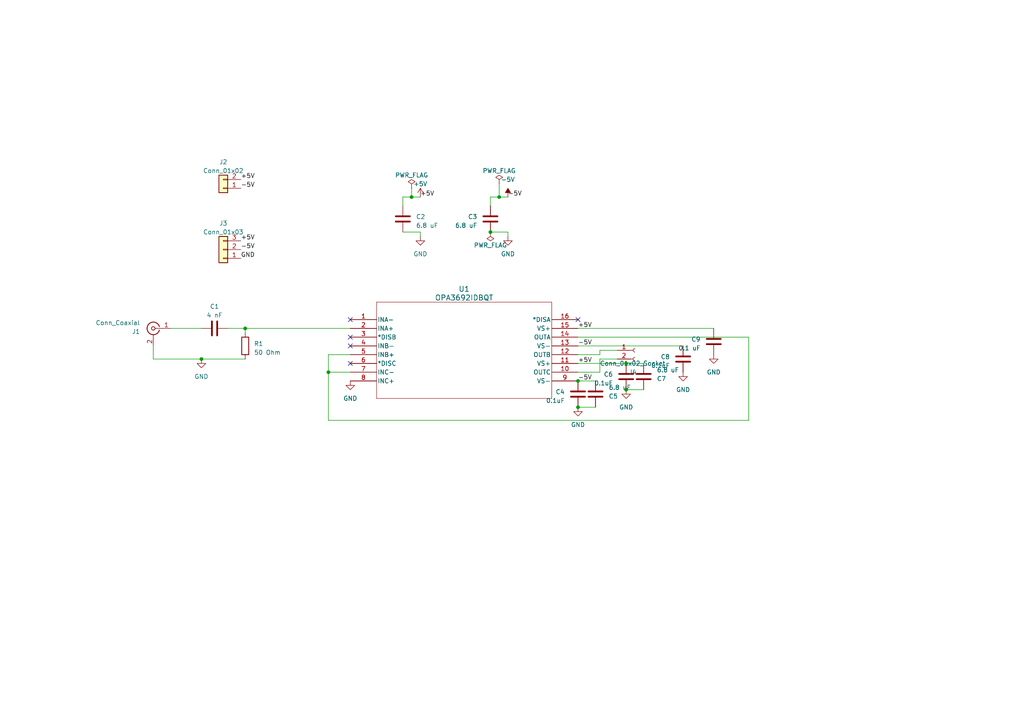
<source format=kicad_sch>
(kicad_sch
	(version 20231120)
	(generator "eeschema")
	(generator_version "8.0")
	(uuid "c11cda7e-a7f0-42b6-b4a5-7aa6ec037d29")
	(paper "A4")
	(lib_symbols
		(symbol "Connector:Conn_01x02_Socket"
			(pin_names
				(offset 1.016) hide)
			(exclude_from_sim no)
			(in_bom yes)
			(on_board yes)
			(property "Reference" "J"
				(at 0 2.54 0)
				(effects
					(font
						(size 1.27 1.27)
					)
				)
			)
			(property "Value" "Conn_01x02_Socket"
				(at 0 -5.08 0)
				(effects
					(font
						(size 1.27 1.27)
					)
				)
			)
			(property "Footprint" ""
				(at 0 0 0)
				(effects
					(font
						(size 1.27 1.27)
					)
					(hide yes)
				)
			)
			(property "Datasheet" "~"
				(at 0 0 0)
				(effects
					(font
						(size 1.27 1.27)
					)
					(hide yes)
				)
			)
			(property "Description" "Generic connector, single row, 01x02, script generated"
				(at 0 0 0)
				(effects
					(font
						(size 1.27 1.27)
					)
					(hide yes)
				)
			)
			(property "ki_locked" ""
				(at 0 0 0)
				(effects
					(font
						(size 1.27 1.27)
					)
				)
			)
			(property "ki_keywords" "connector"
				(at 0 0 0)
				(effects
					(font
						(size 1.27 1.27)
					)
					(hide yes)
				)
			)
			(property "ki_fp_filters" "Connector*:*_1x??_*"
				(at 0 0 0)
				(effects
					(font
						(size 1.27 1.27)
					)
					(hide yes)
				)
			)
			(symbol "Conn_01x02_Socket_1_1"
				(arc
					(start 0 -2.032)
					(mid -0.5058 -2.54)
					(end 0 -3.048)
					(stroke
						(width 0.1524)
						(type default)
					)
					(fill
						(type none)
					)
				)
				(polyline
					(pts
						(xy -1.27 -2.54) (xy -0.508 -2.54)
					)
					(stroke
						(width 0.1524)
						(type default)
					)
					(fill
						(type none)
					)
				)
				(polyline
					(pts
						(xy -1.27 0) (xy -0.508 0)
					)
					(stroke
						(width 0.1524)
						(type default)
					)
					(fill
						(type none)
					)
				)
				(arc
					(start 0 0.508)
					(mid -0.5058 0)
					(end 0 -0.508)
					(stroke
						(width 0.1524)
						(type default)
					)
					(fill
						(type none)
					)
				)
				(pin passive line
					(at -5.08 0 0)
					(length 3.81)
					(name "Pin_1"
						(effects
							(font
								(size 1.27 1.27)
							)
						)
					)
					(number "1"
						(effects
							(font
								(size 1.27 1.27)
							)
						)
					)
				)
				(pin passive line
					(at -5.08 -2.54 0)
					(length 3.81)
					(name "Pin_2"
						(effects
							(font
								(size 1.27 1.27)
							)
						)
					)
					(number "2"
						(effects
							(font
								(size 1.27 1.27)
							)
						)
					)
				)
			)
		)
		(symbol "Connector:Conn_Coaxial"
			(pin_names
				(offset 1.016) hide)
			(exclude_from_sim no)
			(in_bom yes)
			(on_board yes)
			(property "Reference" "J"
				(at 0.254 3.048 0)
				(effects
					(font
						(size 1.27 1.27)
					)
				)
			)
			(property "Value" "Conn_Coaxial"
				(at 2.921 0 90)
				(effects
					(font
						(size 1.27 1.27)
					)
				)
			)
			(property "Footprint" ""
				(at 0 0 0)
				(effects
					(font
						(size 1.27 1.27)
					)
					(hide yes)
				)
			)
			(property "Datasheet" " ~"
				(at 0 0 0)
				(effects
					(font
						(size 1.27 1.27)
					)
					(hide yes)
				)
			)
			(property "Description" "coaxial connector (BNC, SMA, SMB, SMC, Cinch/RCA, LEMO, ...)"
				(at 0 0 0)
				(effects
					(font
						(size 1.27 1.27)
					)
					(hide yes)
				)
			)
			(property "ki_keywords" "BNC SMA SMB SMC LEMO coaxial connector CINCH RCA"
				(at 0 0 0)
				(effects
					(font
						(size 1.27 1.27)
					)
					(hide yes)
				)
			)
			(property "ki_fp_filters" "*BNC* *SMA* *SMB* *SMC* *Cinch* *LEMO*"
				(at 0 0 0)
				(effects
					(font
						(size 1.27 1.27)
					)
					(hide yes)
				)
			)
			(symbol "Conn_Coaxial_0_1"
				(arc
					(start -1.778 -0.508)
					(mid 0.2311 -1.8066)
					(end 1.778 0)
					(stroke
						(width 0.254)
						(type default)
					)
					(fill
						(type none)
					)
				)
				(polyline
					(pts
						(xy -2.54 0) (xy -0.508 0)
					)
					(stroke
						(width 0)
						(type default)
					)
					(fill
						(type none)
					)
				)
				(polyline
					(pts
						(xy 0 -2.54) (xy 0 -1.778)
					)
					(stroke
						(width 0)
						(type default)
					)
					(fill
						(type none)
					)
				)
				(circle
					(center 0 0)
					(radius 0.508)
					(stroke
						(width 0.2032)
						(type default)
					)
					(fill
						(type none)
					)
				)
				(arc
					(start 1.778 0)
					(mid 0.2099 1.8101)
					(end -1.778 0.508)
					(stroke
						(width 0.254)
						(type default)
					)
					(fill
						(type none)
					)
				)
			)
			(symbol "Conn_Coaxial_1_1"
				(pin passive line
					(at -5.08 0 0)
					(length 2.54)
					(name "In"
						(effects
							(font
								(size 1.27 1.27)
							)
						)
					)
					(number "1"
						(effects
							(font
								(size 1.27 1.27)
							)
						)
					)
				)
				(pin passive line
					(at 0 -5.08 90)
					(length 2.54)
					(name "Ext"
						(effects
							(font
								(size 1.27 1.27)
							)
						)
					)
					(number "2"
						(effects
							(font
								(size 1.27 1.27)
							)
						)
					)
				)
			)
		)
		(symbol "Connector_Generic:Conn_01x02"
			(pin_names
				(offset 1.016) hide)
			(exclude_from_sim no)
			(in_bom yes)
			(on_board yes)
			(property "Reference" "J"
				(at 0 2.54 0)
				(effects
					(font
						(size 1.27 1.27)
					)
				)
			)
			(property "Value" "Conn_01x02"
				(at 0 -5.08 0)
				(effects
					(font
						(size 1.27 1.27)
					)
				)
			)
			(property "Footprint" ""
				(at 0 0 0)
				(effects
					(font
						(size 1.27 1.27)
					)
					(hide yes)
				)
			)
			(property "Datasheet" "~"
				(at 0 0 0)
				(effects
					(font
						(size 1.27 1.27)
					)
					(hide yes)
				)
			)
			(property "Description" "Generic connector, single row, 01x02, script generated (kicad-library-utils/schlib/autogen/connector/)"
				(at 0 0 0)
				(effects
					(font
						(size 1.27 1.27)
					)
					(hide yes)
				)
			)
			(property "ki_keywords" "connector"
				(at 0 0 0)
				(effects
					(font
						(size 1.27 1.27)
					)
					(hide yes)
				)
			)
			(property "ki_fp_filters" "Connector*:*_1x??_*"
				(at 0 0 0)
				(effects
					(font
						(size 1.27 1.27)
					)
					(hide yes)
				)
			)
			(symbol "Conn_01x02_1_1"
				(rectangle
					(start -1.27 -2.413)
					(end 0 -2.667)
					(stroke
						(width 0.1524)
						(type default)
					)
					(fill
						(type none)
					)
				)
				(rectangle
					(start -1.27 0.127)
					(end 0 -0.127)
					(stroke
						(width 0.1524)
						(type default)
					)
					(fill
						(type none)
					)
				)
				(rectangle
					(start -1.27 1.27)
					(end 1.27 -3.81)
					(stroke
						(width 0.254)
						(type default)
					)
					(fill
						(type background)
					)
				)
				(pin passive line
					(at -5.08 0 0)
					(length 3.81)
					(name "Pin_1"
						(effects
							(font
								(size 1.27 1.27)
							)
						)
					)
					(number "1"
						(effects
							(font
								(size 1.27 1.27)
							)
						)
					)
				)
				(pin passive line
					(at -5.08 -2.54 0)
					(length 3.81)
					(name "Pin_2"
						(effects
							(font
								(size 1.27 1.27)
							)
						)
					)
					(number "2"
						(effects
							(font
								(size 1.27 1.27)
							)
						)
					)
				)
			)
		)
		(symbol "Connector_Generic:Conn_01x03"
			(pin_names
				(offset 1.016) hide)
			(exclude_from_sim no)
			(in_bom yes)
			(on_board yes)
			(property "Reference" "J"
				(at 0 5.08 0)
				(effects
					(font
						(size 1.27 1.27)
					)
				)
			)
			(property "Value" "Conn_01x03"
				(at 0 -5.08 0)
				(effects
					(font
						(size 1.27 1.27)
					)
				)
			)
			(property "Footprint" ""
				(at 0 0 0)
				(effects
					(font
						(size 1.27 1.27)
					)
					(hide yes)
				)
			)
			(property "Datasheet" "~"
				(at 0 0 0)
				(effects
					(font
						(size 1.27 1.27)
					)
					(hide yes)
				)
			)
			(property "Description" "Generic connector, single row, 01x03, script generated (kicad-library-utils/schlib/autogen/connector/)"
				(at 0 0 0)
				(effects
					(font
						(size 1.27 1.27)
					)
					(hide yes)
				)
			)
			(property "ki_keywords" "connector"
				(at 0 0 0)
				(effects
					(font
						(size 1.27 1.27)
					)
					(hide yes)
				)
			)
			(property "ki_fp_filters" "Connector*:*_1x??_*"
				(at 0 0 0)
				(effects
					(font
						(size 1.27 1.27)
					)
					(hide yes)
				)
			)
			(symbol "Conn_01x03_1_1"
				(rectangle
					(start -1.27 -2.413)
					(end 0 -2.667)
					(stroke
						(width 0.1524)
						(type default)
					)
					(fill
						(type none)
					)
				)
				(rectangle
					(start -1.27 0.127)
					(end 0 -0.127)
					(stroke
						(width 0.1524)
						(type default)
					)
					(fill
						(type none)
					)
				)
				(rectangle
					(start -1.27 2.667)
					(end 0 2.413)
					(stroke
						(width 0.1524)
						(type default)
					)
					(fill
						(type none)
					)
				)
				(rectangle
					(start -1.27 3.81)
					(end 1.27 -3.81)
					(stroke
						(width 0.254)
						(type default)
					)
					(fill
						(type background)
					)
				)
				(pin passive line
					(at -5.08 2.54 0)
					(length 3.81)
					(name "Pin_1"
						(effects
							(font
								(size 1.27 1.27)
							)
						)
					)
					(number "1"
						(effects
							(font
								(size 1.27 1.27)
							)
						)
					)
				)
				(pin passive line
					(at -5.08 0 0)
					(length 3.81)
					(name "Pin_2"
						(effects
							(font
								(size 1.27 1.27)
							)
						)
					)
					(number "2"
						(effects
							(font
								(size 1.27 1.27)
							)
						)
					)
				)
				(pin passive line
					(at -5.08 -2.54 0)
					(length 3.81)
					(name "Pin_3"
						(effects
							(font
								(size 1.27 1.27)
							)
						)
					)
					(number "3"
						(effects
							(font
								(size 1.27 1.27)
							)
						)
					)
				)
			)
		)
		(symbol "Device:C"
			(pin_numbers hide)
			(pin_names
				(offset 0.254)
			)
			(exclude_from_sim no)
			(in_bom yes)
			(on_board yes)
			(property "Reference" "C"
				(at 0.635 2.54 0)
				(effects
					(font
						(size 1.27 1.27)
					)
					(justify left)
				)
			)
			(property "Value" "C"
				(at 0.635 -2.54 0)
				(effects
					(font
						(size 1.27 1.27)
					)
					(justify left)
				)
			)
			(property "Footprint" ""
				(at 0.9652 -3.81 0)
				(effects
					(font
						(size 1.27 1.27)
					)
					(hide yes)
				)
			)
			(property "Datasheet" "~"
				(at 0 0 0)
				(effects
					(font
						(size 1.27 1.27)
					)
					(hide yes)
				)
			)
			(property "Description" "Unpolarized capacitor"
				(at 0 0 0)
				(effects
					(font
						(size 1.27 1.27)
					)
					(hide yes)
				)
			)
			(property "ki_keywords" "cap capacitor"
				(at 0 0 0)
				(effects
					(font
						(size 1.27 1.27)
					)
					(hide yes)
				)
			)
			(property "ki_fp_filters" "C_*"
				(at 0 0 0)
				(effects
					(font
						(size 1.27 1.27)
					)
					(hide yes)
				)
			)
			(symbol "C_0_1"
				(polyline
					(pts
						(xy -2.032 -0.762) (xy 2.032 -0.762)
					)
					(stroke
						(width 0.508)
						(type default)
					)
					(fill
						(type none)
					)
				)
				(polyline
					(pts
						(xy -2.032 0.762) (xy 2.032 0.762)
					)
					(stroke
						(width 0.508)
						(type default)
					)
					(fill
						(type none)
					)
				)
			)
			(symbol "C_1_1"
				(pin passive line
					(at 0 3.81 270)
					(length 2.794)
					(name "~"
						(effects
							(font
								(size 1.27 1.27)
							)
						)
					)
					(number "1"
						(effects
							(font
								(size 1.27 1.27)
							)
						)
					)
				)
				(pin passive line
					(at 0 -3.81 90)
					(length 2.794)
					(name "~"
						(effects
							(font
								(size 1.27 1.27)
							)
						)
					)
					(number "2"
						(effects
							(font
								(size 1.27 1.27)
							)
						)
					)
				)
			)
		)
		(symbol "Device:R"
			(pin_numbers hide)
			(pin_names
				(offset 0)
			)
			(exclude_from_sim no)
			(in_bom yes)
			(on_board yes)
			(property "Reference" "R"
				(at 2.032 0 90)
				(effects
					(font
						(size 1.27 1.27)
					)
				)
			)
			(property "Value" "R"
				(at 0 0 90)
				(effects
					(font
						(size 1.27 1.27)
					)
				)
			)
			(property "Footprint" ""
				(at -1.778 0 90)
				(effects
					(font
						(size 1.27 1.27)
					)
					(hide yes)
				)
			)
			(property "Datasheet" "~"
				(at 0 0 0)
				(effects
					(font
						(size 1.27 1.27)
					)
					(hide yes)
				)
			)
			(property "Description" "Resistor"
				(at 0 0 0)
				(effects
					(font
						(size 1.27 1.27)
					)
					(hide yes)
				)
			)
			(property "ki_keywords" "R res resistor"
				(at 0 0 0)
				(effects
					(font
						(size 1.27 1.27)
					)
					(hide yes)
				)
			)
			(property "ki_fp_filters" "R_*"
				(at 0 0 0)
				(effects
					(font
						(size 1.27 1.27)
					)
					(hide yes)
				)
			)
			(symbol "R_0_1"
				(rectangle
					(start -1.016 -2.54)
					(end 1.016 2.54)
					(stroke
						(width 0.254)
						(type default)
					)
					(fill
						(type none)
					)
				)
			)
			(symbol "R_1_1"
				(pin passive line
					(at 0 3.81 270)
					(length 1.27)
					(name "~"
						(effects
							(font
								(size 1.27 1.27)
							)
						)
					)
					(number "1"
						(effects
							(font
								(size 1.27 1.27)
							)
						)
					)
				)
				(pin passive line
					(at 0 -3.81 90)
					(length 1.27)
					(name "~"
						(effects
							(font
								(size 1.27 1.27)
							)
						)
					)
					(number "2"
						(effects
							(font
								(size 1.27 1.27)
							)
						)
					)
				)
			)
		)
		(symbol "Lactate magnetic induction spectography:OPA3692IDBQT"
			(pin_names
				(offset 0.254)
			)
			(exclude_from_sim no)
			(in_bom yes)
			(on_board yes)
			(property "Reference" "U"
				(at 33.02 10.16 0)
				(effects
					(font
						(size 1.524 1.524)
					)
				)
			)
			(property "Value" "OPA3692IDBQT"
				(at 33.02 7.62 0)
				(effects
					(font
						(size 1.524 1.524)
					)
				)
			)
			(property "Footprint" "DBQ16"
				(at 2.54 5.08 0)
				(effects
					(font
						(size 1.27 1.27)
						(italic yes)
					)
					(hide yes)
				)
			)
			(property "Datasheet" "https://www.ti.com/lit/ds/symlink/opa692.pdf?ts=1711380706425&ref_url=https%253A%252F%252Fwww.google.com%252F"
				(at 25.4 15.24 0)
				(effects
					(font
						(size 1.27 1.27)
						(italic yes)
					)
					(hide yes)
				)
			)
			(property "Description" ""
				(at 0 0 0)
				(effects
					(font
						(size 1.27 1.27)
					)
					(hide yes)
				)
			)
			(property "ki_keywords" "OPA3692IDBQT"
				(at 0 0 0)
				(effects
					(font
						(size 1.27 1.27)
					)
					(hide yes)
				)
			)
			(property "ki_fp_filters" "DBQ16 DBQ16-M DBQ16-L"
				(at 0 0 0)
				(effects
					(font
						(size 1.27 1.27)
					)
					(hide yes)
				)
			)
			(symbol "OPA3692IDBQT_0_1"
				(polyline
					(pts
						(xy 7.62 -22.86) (xy 58.42 -22.86)
					)
					(stroke
						(width 0.127)
						(type default)
					)
					(fill
						(type none)
					)
				)
				(polyline
					(pts
						(xy 7.62 5.08) (xy 7.62 -22.86)
					)
					(stroke
						(width 0.127)
						(type default)
					)
					(fill
						(type none)
					)
				)
				(polyline
					(pts
						(xy 58.42 -22.86) (xy 58.42 5.08)
					)
					(stroke
						(width 0.127)
						(type default)
					)
					(fill
						(type none)
					)
				)
				(polyline
					(pts
						(xy 58.42 5.08) (xy 7.62 5.08)
					)
					(stroke
						(width 0.127)
						(type default)
					)
					(fill
						(type none)
					)
				)
				(pin input line
					(at 0 0 0)
					(length 7.62)
					(name "INA-"
						(effects
							(font
								(size 1.27 1.27)
							)
						)
					)
					(number "1"
						(effects
							(font
								(size 1.27 1.27)
							)
						)
					)
				)
				(pin output line
					(at 66.04 -15.24 180)
					(length 7.62)
					(name "OUTC"
						(effects
							(font
								(size 1.27 1.27)
							)
						)
					)
					(number "10"
						(effects
							(font
								(size 1.27 1.27)
							)
						)
					)
				)
				(pin power_in line
					(at 66.04 -12.7 180)
					(length 7.62)
					(name "VS+"
						(effects
							(font
								(size 1.27 1.27)
							)
						)
					)
					(number "11"
						(effects
							(font
								(size 1.27 1.27)
							)
						)
					)
				)
				(pin output line
					(at 66.04 -10.16 180)
					(length 7.62)
					(name "OUTB"
						(effects
							(font
								(size 1.27 1.27)
							)
						)
					)
					(number "12"
						(effects
							(font
								(size 1.27 1.27)
							)
						)
					)
				)
				(pin power_in line
					(at 66.04 -7.62 180)
					(length 7.62)
					(name "VS-"
						(effects
							(font
								(size 1.27 1.27)
							)
						)
					)
					(number "13"
						(effects
							(font
								(size 1.27 1.27)
							)
						)
					)
				)
				(pin output line
					(at 66.04 -5.08 180)
					(length 7.62)
					(name "OUTA"
						(effects
							(font
								(size 1.27 1.27)
							)
						)
					)
					(number "14"
						(effects
							(font
								(size 1.27 1.27)
							)
						)
					)
				)
				(pin power_in line
					(at 66.04 -2.54 180)
					(length 7.62)
					(name "VS+"
						(effects
							(font
								(size 1.27 1.27)
							)
						)
					)
					(number "15"
						(effects
							(font
								(size 1.27 1.27)
							)
						)
					)
				)
				(pin unspecified line
					(at 66.04 0 180)
					(length 7.62)
					(name "*DISA"
						(effects
							(font
								(size 1.27 1.27)
							)
						)
					)
					(number "16"
						(effects
							(font
								(size 1.27 1.27)
							)
						)
					)
				)
				(pin input line
					(at 0 -2.54 0)
					(length 7.62)
					(name "INA+"
						(effects
							(font
								(size 1.27 1.27)
							)
						)
					)
					(number "2"
						(effects
							(font
								(size 1.27 1.27)
							)
						)
					)
				)
				(pin unspecified line
					(at 0 -5.08 0)
					(length 7.62)
					(name "*DISB"
						(effects
							(font
								(size 1.27 1.27)
							)
						)
					)
					(number "3"
						(effects
							(font
								(size 1.27 1.27)
							)
						)
					)
				)
				(pin input line
					(at 0 -7.62 0)
					(length 7.62)
					(name "INB-"
						(effects
							(font
								(size 1.27 1.27)
							)
						)
					)
					(number "4"
						(effects
							(font
								(size 1.27 1.27)
							)
						)
					)
				)
				(pin input line
					(at 0 -10.16 0)
					(length 7.62)
					(name "INB+"
						(effects
							(font
								(size 1.27 1.27)
							)
						)
					)
					(number "5"
						(effects
							(font
								(size 1.27 1.27)
							)
						)
					)
				)
				(pin unspecified line
					(at 0 -12.7 0)
					(length 7.62)
					(name "*DISC"
						(effects
							(font
								(size 1.27 1.27)
							)
						)
					)
					(number "6"
						(effects
							(font
								(size 1.27 1.27)
							)
						)
					)
				)
				(pin input line
					(at 0 -15.24 0)
					(length 7.62)
					(name "INC-"
						(effects
							(font
								(size 1.27 1.27)
							)
						)
					)
					(number "7"
						(effects
							(font
								(size 1.27 1.27)
							)
						)
					)
				)
				(pin input line
					(at 0 -17.78 0)
					(length 7.62)
					(name "INC+"
						(effects
							(font
								(size 1.27 1.27)
							)
						)
					)
					(number "8"
						(effects
							(font
								(size 1.27 1.27)
							)
						)
					)
				)
				(pin power_in line
					(at 66.04 -17.78 180)
					(length 7.62)
					(name "VS-"
						(effects
							(font
								(size 1.27 1.27)
							)
						)
					)
					(number "9"
						(effects
							(font
								(size 1.27 1.27)
							)
						)
					)
				)
			)
		)
		(symbol "power:+5V"
			(power)
			(pin_names
				(offset 0)
			)
			(exclude_from_sim no)
			(in_bom yes)
			(on_board yes)
			(property "Reference" "#PWR"
				(at 0 -3.81 0)
				(effects
					(font
						(size 1.27 1.27)
					)
					(hide yes)
				)
			)
			(property "Value" "+5V"
				(at 0 3.556 0)
				(effects
					(font
						(size 1.27 1.27)
					)
				)
			)
			(property "Footprint" ""
				(at 0 0 0)
				(effects
					(font
						(size 1.27 1.27)
					)
					(hide yes)
				)
			)
			(property "Datasheet" ""
				(at 0 0 0)
				(effects
					(font
						(size 1.27 1.27)
					)
					(hide yes)
				)
			)
			(property "Description" "Power symbol creates a global label with name \"+5V\""
				(at 0 0 0)
				(effects
					(font
						(size 1.27 1.27)
					)
					(hide yes)
				)
			)
			(property "ki_keywords" "global power"
				(at 0 0 0)
				(effects
					(font
						(size 1.27 1.27)
					)
					(hide yes)
				)
			)
			(symbol "+5V_0_1"
				(polyline
					(pts
						(xy -0.762 1.27) (xy 0 2.54)
					)
					(stroke
						(width 0)
						(type default)
					)
					(fill
						(type none)
					)
				)
				(polyline
					(pts
						(xy 0 0) (xy 0 2.54)
					)
					(stroke
						(width 0)
						(type default)
					)
					(fill
						(type none)
					)
				)
				(polyline
					(pts
						(xy 0 2.54) (xy 0.762 1.27)
					)
					(stroke
						(width 0)
						(type default)
					)
					(fill
						(type none)
					)
				)
			)
			(symbol "+5V_1_1"
				(pin power_in line
					(at 0 0 90)
					(length 0) hide
					(name "+5V"
						(effects
							(font
								(size 1.27 1.27)
							)
						)
					)
					(number "1"
						(effects
							(font
								(size 1.27 1.27)
							)
						)
					)
				)
			)
		)
		(symbol "power:-5V"
			(power)
			(pin_names
				(offset 0)
			)
			(exclude_from_sim no)
			(in_bom yes)
			(on_board yes)
			(property "Reference" "#PWR"
				(at 0 2.54 0)
				(effects
					(font
						(size 1.27 1.27)
					)
					(hide yes)
				)
			)
			(property "Value" "-5V"
				(at 0 3.81 0)
				(effects
					(font
						(size 1.27 1.27)
					)
				)
			)
			(property "Footprint" ""
				(at 0 0 0)
				(effects
					(font
						(size 1.27 1.27)
					)
					(hide yes)
				)
			)
			(property "Datasheet" ""
				(at 0 0 0)
				(effects
					(font
						(size 1.27 1.27)
					)
					(hide yes)
				)
			)
			(property "Description" "Power symbol creates a global label with name \"-5V\""
				(at 0 0 0)
				(effects
					(font
						(size 1.27 1.27)
					)
					(hide yes)
				)
			)
			(property "ki_keywords" "global power"
				(at 0 0 0)
				(effects
					(font
						(size 1.27 1.27)
					)
					(hide yes)
				)
			)
			(symbol "-5V_0_0"
				(pin power_in line
					(at 0 0 90)
					(length 0) hide
					(name "-5V"
						(effects
							(font
								(size 1.27 1.27)
							)
						)
					)
					(number "1"
						(effects
							(font
								(size 1.27 1.27)
							)
						)
					)
				)
			)
			(symbol "-5V_0_1"
				(polyline
					(pts
						(xy 0 0) (xy 0 1.27) (xy 0.762 1.27) (xy 0 2.54) (xy -0.762 1.27) (xy 0 1.27)
					)
					(stroke
						(width 0)
						(type default)
					)
					(fill
						(type outline)
					)
				)
			)
		)
		(symbol "power:GND"
			(power)
			(pin_names
				(offset 0)
			)
			(exclude_from_sim no)
			(in_bom yes)
			(on_board yes)
			(property "Reference" "#PWR"
				(at 0 -6.35 0)
				(effects
					(font
						(size 1.27 1.27)
					)
					(hide yes)
				)
			)
			(property "Value" "GND"
				(at 0 -3.81 0)
				(effects
					(font
						(size 1.27 1.27)
					)
				)
			)
			(property "Footprint" ""
				(at 0 0 0)
				(effects
					(font
						(size 1.27 1.27)
					)
					(hide yes)
				)
			)
			(property "Datasheet" ""
				(at 0 0 0)
				(effects
					(font
						(size 1.27 1.27)
					)
					(hide yes)
				)
			)
			(property "Description" "Power symbol creates a global label with name \"GND\" , ground"
				(at 0 0 0)
				(effects
					(font
						(size 1.27 1.27)
					)
					(hide yes)
				)
			)
			(property "ki_keywords" "global power"
				(at 0 0 0)
				(effects
					(font
						(size 1.27 1.27)
					)
					(hide yes)
				)
			)
			(symbol "GND_0_1"
				(polyline
					(pts
						(xy 0 0) (xy 0 -1.27) (xy 1.27 -1.27) (xy 0 -2.54) (xy -1.27 -1.27) (xy 0 -1.27)
					)
					(stroke
						(width 0)
						(type default)
					)
					(fill
						(type none)
					)
				)
			)
			(symbol "GND_1_1"
				(pin power_in line
					(at 0 0 270)
					(length 0) hide
					(name "GND"
						(effects
							(font
								(size 1.27 1.27)
							)
						)
					)
					(number "1"
						(effects
							(font
								(size 1.27 1.27)
							)
						)
					)
				)
			)
		)
		(symbol "power:PWR_FLAG"
			(power)
			(pin_numbers hide)
			(pin_names
				(offset 0) hide)
			(exclude_from_sim no)
			(in_bom yes)
			(on_board yes)
			(property "Reference" "#FLG"
				(at 0 1.905 0)
				(effects
					(font
						(size 1.27 1.27)
					)
					(hide yes)
				)
			)
			(property "Value" "PWR_FLAG"
				(at 0 3.81 0)
				(effects
					(font
						(size 1.27 1.27)
					)
				)
			)
			(property "Footprint" ""
				(at 0 0 0)
				(effects
					(font
						(size 1.27 1.27)
					)
					(hide yes)
				)
			)
			(property "Datasheet" "~"
				(at 0 0 0)
				(effects
					(font
						(size 1.27 1.27)
					)
					(hide yes)
				)
			)
			(property "Description" "Special symbol for telling ERC where power comes from"
				(at 0 0 0)
				(effects
					(font
						(size 1.27 1.27)
					)
					(hide yes)
				)
			)
			(property "ki_keywords" "flag power"
				(at 0 0 0)
				(effects
					(font
						(size 1.27 1.27)
					)
					(hide yes)
				)
			)
			(symbol "PWR_FLAG_0_0"
				(pin power_out line
					(at 0 0 90)
					(length 0)
					(name "pwr"
						(effects
							(font
								(size 1.27 1.27)
							)
						)
					)
					(number "1"
						(effects
							(font
								(size 1.27 1.27)
							)
						)
					)
				)
			)
			(symbol "PWR_FLAG_0_1"
				(polyline
					(pts
						(xy 0 0) (xy 0 1.27) (xy -1.016 1.905) (xy 0 2.54) (xy 1.016 1.905) (xy 0 1.27)
					)
					(stroke
						(width 0)
						(type default)
					)
					(fill
						(type none)
					)
				)
			)
		)
	)
	(junction
		(at 181.61 105.41)
		(diameter 0)
		(color 0 0 0 0)
		(uuid "133891b0-4893-49ce-97e2-77207e7422f5")
	)
	(junction
		(at 181.61 113.03)
		(diameter 0)
		(color 0 0 0 0)
		(uuid "1b42dae6-8711-4473-8fe4-2970fbaff89a")
	)
	(junction
		(at 119.38 57.15)
		(diameter 0)
		(color 0 0 0 0)
		(uuid "1bb421dc-f78d-4170-aa21-8201f60a48c0")
	)
	(junction
		(at 71.12 95.25)
		(diameter 0)
		(color 0 0 0 0)
		(uuid "1c7d6a0e-4a21-4542-850b-99f7bd068def")
	)
	(junction
		(at 167.64 118.11)
		(diameter 0)
		(color 0 0 0 0)
		(uuid "39ab69cc-ea1b-40fa-beca-727e5a3359d4")
	)
	(junction
		(at 167.64 110.49)
		(diameter 0)
		(color 0 0 0 0)
		(uuid "3c25bae2-0c6f-4068-a3de-76e0b5e88e07")
	)
	(junction
		(at 144.78 57.15)
		(diameter 0)
		(color 0 0 0 0)
		(uuid "6eb746f9-bd3d-487e-b362-5cf8657bcdc4")
	)
	(junction
		(at 58.42 104.14)
		(diameter 0)
		(color 0 0 0 0)
		(uuid "b392bec6-d21c-44dc-8a87-de55334b23f1")
	)
	(junction
		(at 142.24 67.31)
		(diameter 0)
		(color 0 0 0 0)
		(uuid "d17a1b37-8969-4784-81d0-9dbf4c7ab3c0")
	)
	(junction
		(at 95.25 107.95)
		(diameter 0)
		(color 0 0 0 0)
		(uuid "f71d53b4-82cb-4592-8e72-982a107e7d11")
	)
	(no_connect
		(at 101.6 100.33)
		(uuid "09cdbfb0-9502-4005-964e-2de28ec5a247")
	)
	(no_connect
		(at 167.64 92.71)
		(uuid "40d8c724-4cb8-41e5-9f87-3bad54ed0121")
	)
	(no_connect
		(at 101.6 105.41)
		(uuid "6c7556a1-3be1-4e72-a160-941bb908ddce")
	)
	(no_connect
		(at 101.6 97.79)
		(uuid "b9b2f1db-c52b-491a-8ed5-4ebd4994fab0")
	)
	(no_connect
		(at 101.6 92.71)
		(uuid "f17ba896-daf1-4eaa-9457-915d27b665f0")
	)
	(wire
		(pts
			(xy 167.64 97.79) (xy 217.17 97.79)
		)
		(stroke
			(width 0)
			(type default)
		)
		(uuid "11032b20-0190-4a09-90d8-93a1fdb146f4")
	)
	(wire
		(pts
			(xy 217.17 121.92) (xy 95.25 121.92)
		)
		(stroke
			(width 0)
			(type default)
		)
		(uuid "14889c9c-196f-44ec-a1a1-6979a97b0c29")
	)
	(wire
		(pts
			(xy 181.61 113.03) (xy 186.69 113.03)
		)
		(stroke
			(width 0)
			(type default)
		)
		(uuid "208cc846-ffe2-48bf-b2f5-44d7300236fa")
	)
	(wire
		(pts
			(xy 49.53 95.25) (xy 58.42 95.25)
		)
		(stroke
			(width 0)
			(type default)
		)
		(uuid "2261204e-a575-4d7f-a7b1-a38c162fd877")
	)
	(wire
		(pts
			(xy 167.64 105.41) (xy 181.61 105.41)
		)
		(stroke
			(width 0)
			(type default)
		)
		(uuid "2e61baac-f015-49bf-b8ef-f62fec46ec64")
	)
	(wire
		(pts
			(xy 173.99 101.6) (xy 179.07 101.6)
		)
		(stroke
			(width 0)
			(type default)
		)
		(uuid "34e84402-0b31-4645-8f63-cef390258ea9")
	)
	(wire
		(pts
			(xy 119.38 54.61) (xy 119.38 57.15)
		)
		(stroke
			(width 0)
			(type default)
		)
		(uuid "3bb7b91c-5eed-4e27-b4d8-0ecb8be9ca09")
	)
	(wire
		(pts
			(xy 173.99 102.87) (xy 173.99 101.6)
		)
		(stroke
			(width 0)
			(type default)
		)
		(uuid "40cee514-e438-486c-8208-d703ace852d7")
	)
	(wire
		(pts
			(xy 217.17 97.79) (xy 217.17 121.92)
		)
		(stroke
			(width 0)
			(type default)
		)
		(uuid "4cdc02e7-56c8-4601-be24-b9a38037b276")
	)
	(wire
		(pts
			(xy 167.64 107.95) (xy 173.99 107.95)
		)
		(stroke
			(width 0)
			(type default)
		)
		(uuid "4f780b6a-f3cc-4ecd-9b96-bb976df387b7")
	)
	(wire
		(pts
			(xy 95.25 107.95) (xy 101.6 107.95)
		)
		(stroke
			(width 0)
			(type default)
		)
		(uuid "517e50e0-523a-472c-8d2b-1e95d2b2f76d")
	)
	(wire
		(pts
			(xy 116.84 67.31) (xy 121.92 67.31)
		)
		(stroke
			(width 0)
			(type default)
		)
		(uuid "536496d0-7aa5-4ad6-bb40-1d9d7379e090")
	)
	(wire
		(pts
			(xy 179.07 104.14) (xy 173.99 104.14)
		)
		(stroke
			(width 0)
			(type default)
		)
		(uuid "5bbdd17e-5231-4ddf-b2a9-08488afee72b")
	)
	(wire
		(pts
			(xy 116.84 59.69) (xy 116.84 57.15)
		)
		(stroke
			(width 0)
			(type default)
		)
		(uuid "64d8f1e2-111e-4660-9b40-0f8fad314096")
	)
	(wire
		(pts
			(xy 95.25 107.95) (xy 95.25 102.87)
		)
		(stroke
			(width 0)
			(type default)
		)
		(uuid "68391852-0c56-410e-a9be-011d6977384f")
	)
	(wire
		(pts
			(xy 142.24 67.31) (xy 147.32 67.31)
		)
		(stroke
			(width 0)
			(type default)
		)
		(uuid "6c998bc9-eb2b-468f-bf9e-f11d97377df5")
	)
	(wire
		(pts
			(xy 167.64 102.87) (xy 173.99 102.87)
		)
		(stroke
			(width 0)
			(type default)
		)
		(uuid "6ef2e3d1-be66-4b24-a3ea-679dd45dfb6c")
	)
	(wire
		(pts
			(xy 167.64 95.25) (xy 207.01 95.25)
		)
		(stroke
			(width 0)
			(type default)
		)
		(uuid "73278e20-6289-41ee-9d72-33d2a0d0fc38")
	)
	(wire
		(pts
			(xy 95.25 121.92) (xy 95.25 107.95)
		)
		(stroke
			(width 0)
			(type default)
		)
		(uuid "73b87e9e-0d1b-4776-9c4e-75e4bee8ff3b")
	)
	(wire
		(pts
			(xy 71.12 95.25) (xy 101.6 95.25)
		)
		(stroke
			(width 0)
			(type default)
		)
		(uuid "887c7155-3fe3-4ce1-8e1c-a917c839eeeb")
	)
	(wire
		(pts
			(xy 167.64 110.49) (xy 172.72 110.49)
		)
		(stroke
			(width 0)
			(type default)
		)
		(uuid "90330274-e400-4dd0-9aa2-5006fd55854f")
	)
	(wire
		(pts
			(xy 116.84 57.15) (xy 119.38 57.15)
		)
		(stroke
			(width 0)
			(type default)
		)
		(uuid "91da97db-0e7f-4bf4-bbcf-907e23c50487")
	)
	(wire
		(pts
			(xy 71.12 95.25) (xy 71.12 96.52)
		)
		(stroke
			(width 0)
			(type default)
		)
		(uuid "985c3c63-3b6b-4ed9-8f5b-659c81589a20")
	)
	(wire
		(pts
			(xy 181.61 105.41) (xy 186.69 105.41)
		)
		(stroke
			(width 0)
			(type default)
		)
		(uuid "9c5b18ce-2383-4d6a-b20c-560ec2942075")
	)
	(wire
		(pts
			(xy 147.32 67.31) (xy 147.32 68.58)
		)
		(stroke
			(width 0)
			(type default)
		)
		(uuid "9e191d66-12b7-4dff-b651-6a4bbb9ecd8b")
	)
	(wire
		(pts
			(xy 44.45 104.14) (xy 44.45 100.33)
		)
		(stroke
			(width 0)
			(type default)
		)
		(uuid "9f595d6b-b5dd-47df-b884-8eec62cbfb52")
	)
	(wire
		(pts
			(xy 167.64 118.11) (xy 172.72 118.11)
		)
		(stroke
			(width 0)
			(type default)
		)
		(uuid "abd489e1-bc45-4b21-b62e-b936d2efd001")
	)
	(wire
		(pts
			(xy 144.78 53.34) (xy 144.78 57.15)
		)
		(stroke
			(width 0)
			(type default)
		)
		(uuid "b3bd7968-add2-46d9-a1fa-980a5dbff2e9")
	)
	(wire
		(pts
			(xy 142.24 57.15) (xy 144.78 57.15)
		)
		(stroke
			(width 0)
			(type default)
		)
		(uuid "c5761a43-9feb-4e2d-bcd9-e75a1ed3f2f3")
	)
	(wire
		(pts
			(xy 44.45 104.14) (xy 58.42 104.14)
		)
		(stroke
			(width 0)
			(type default)
		)
		(uuid "c5949b09-7d92-44f8-ab4f-7977a80c6aa9")
	)
	(wire
		(pts
			(xy 144.78 57.15) (xy 147.32 57.15)
		)
		(stroke
			(width 0)
			(type default)
		)
		(uuid "c649db7c-63ce-4bbc-8cb0-d5416a6777e0")
	)
	(wire
		(pts
			(xy 167.64 100.33) (xy 198.12 100.33)
		)
		(stroke
			(width 0)
			(type default)
		)
		(uuid "cf05d9f7-5183-4177-ae26-4d7767903ea7")
	)
	(wire
		(pts
			(xy 121.92 68.58) (xy 121.92 67.31)
		)
		(stroke
			(width 0)
			(type default)
		)
		(uuid "d6d39870-f407-4d37-acda-c4f3be2949cb")
	)
	(wire
		(pts
			(xy 66.04 95.25) (xy 71.12 95.25)
		)
		(stroke
			(width 0)
			(type default)
		)
		(uuid "d7e116ba-7a7a-4a30-b328-9aa2ada4ebe4")
	)
	(wire
		(pts
			(xy 173.99 104.14) (xy 173.99 107.95)
		)
		(stroke
			(width 0)
			(type default)
		)
		(uuid "e7b0ee0e-8415-49b1-93b3-2a601c445723")
	)
	(wire
		(pts
			(xy 142.24 59.69) (xy 142.24 57.15)
		)
		(stroke
			(width 0)
			(type default)
		)
		(uuid "e7e4bd44-d8d0-44b4-b6fb-1aa4d6e34385")
	)
	(wire
		(pts
			(xy 119.38 57.15) (xy 121.92 57.15)
		)
		(stroke
			(width 0)
			(type default)
		)
		(uuid "e85e35d4-f055-438a-ad70-889b8829446a")
	)
	(wire
		(pts
			(xy 71.12 104.14) (xy 58.42 104.14)
		)
		(stroke
			(width 0)
			(type default)
		)
		(uuid "e8b89241-e278-48eb-b539-ce1a6e85c28d")
	)
	(wire
		(pts
			(xy 95.25 102.87) (xy 101.6 102.87)
		)
		(stroke
			(width 0)
			(type default)
		)
		(uuid "ebcf881b-4a6a-4268-8707-ac2ccba65689")
	)
	(label "-5V"
		(at 69.85 72.39 0)
		(fields_autoplaced yes)
		(effects
			(font
				(size 1.27 1.27)
			)
			(justify left bottom)
		)
		(uuid "065db4d0-df90-4ab3-b18b-2c132157cef1")
	)
	(label "-5V"
		(at 147.32 57.15 0)
		(fields_autoplaced yes)
		(effects
			(font
				(size 1.27 1.27)
			)
			(justify left bottom)
		)
		(uuid "16dd1b46-27bb-4c3c-80fc-c3bd4efe82d2")
	)
	(label "-5V"
		(at 167.64 100.33 0)
		(fields_autoplaced yes)
		(effects
			(font
				(size 1.27 1.27)
			)
			(justify left bottom)
		)
		(uuid "2c10f99b-d518-47e2-8ca7-f2b5e8bb06a1")
	)
	(label "GND"
		(at 69.85 74.93 0)
		(fields_autoplaced yes)
		(effects
			(font
				(size 1.27 1.27)
			)
			(justify left bottom)
		)
		(uuid "36425d0f-5a17-4608-8ca6-ae758cc5e73f")
	)
	(label "+5V"
		(at 69.85 52.07 0)
		(fields_autoplaced yes)
		(effects
			(font
				(size 1.27 1.27)
			)
			(justify left bottom)
		)
		(uuid "6a7aa09c-fb5f-4e44-b6f1-2b36a9765f3d")
	)
	(label "-5V"
		(at 69.85 54.61 0)
		(fields_autoplaced yes)
		(effects
			(font
				(size 1.27 1.27)
			)
			(justify left bottom)
		)
		(uuid "758e3680-ed07-4563-bde3-fe2fff86f095")
	)
	(label "+5V"
		(at 121.92 57.15 0)
		(fields_autoplaced yes)
		(effects
			(font
				(size 1.27 1.27)
			)
			(justify left bottom)
		)
		(uuid "8a7b34e0-1bb2-43e5-8b82-399184e6c151")
	)
	(label "+5V"
		(at 167.64 95.25 0)
		(fields_autoplaced yes)
		(effects
			(font
				(size 1.27 1.27)
			)
			(justify left bottom)
		)
		(uuid "bcf4ad9e-55db-4150-aed9-c80b50e48caa")
	)
	(label "-5V"
		(at 167.64 110.49 0)
		(fields_autoplaced yes)
		(effects
			(font
				(size 1.27 1.27)
			)
			(justify left bottom)
		)
		(uuid "e362983a-24eb-4bd3-95f8-402fb7765bbe")
	)
	(label "+5V"
		(at 167.64 105.41 0)
		(fields_autoplaced yes)
		(effects
			(font
				(size 1.27 1.27)
			)
			(justify left bottom)
		)
		(uuid "e41ae6d3-a292-4dcd-af81-582304c047d3")
	)
	(label "+5V"
		(at 69.85 69.85 0)
		(fields_autoplaced yes)
		(effects
			(font
				(size 1.27 1.27)
			)
			(justify left bottom)
		)
		(uuid "e681c9a3-4565-4980-9769-1ff3e31529ef")
	)
	(symbol
		(lib_id "Connector:Conn_01x02_Socket")
		(at 184.15 101.6 0)
		(unit 1)
		(exclude_from_sim no)
		(in_bom yes)
		(on_board yes)
		(dnp no)
		(uuid "129b789e-8de8-4596-8430-73f6bd62bd2d")
		(property "Reference" "J4"
			(at 183.515 107.95 0)
			(effects
				(font
					(size 1.27 1.27)
				)
			)
		)
		(property "Value" "Conn_01x02_Socket"
			(at 183.515 105.41 0)
			(effects
				(font
					(size 1.27 1.27)
				)
			)
		)
		(property "Footprint" "Connector_PinSocket_2.54mm:PinSocket_1x02_P2.54mm_Vertical"
			(at 184.15 101.6 0)
			(effects
				(font
					(size 1.27 1.27)
				)
				(hide yes)
			)
		)
		(property "Datasheet" "~"
			(at 184.15 101.6 0)
			(effects
				(font
					(size 1.27 1.27)
				)
				(hide yes)
			)
		)
		(property "Description" ""
			(at 184.15 101.6 0)
			(effects
				(font
					(size 1.27 1.27)
				)
				(hide yes)
			)
		)
		(pin "1"
			(uuid "8ab61a3a-ef1f-4674-94aa-946b9cc2d1ea")
		)
		(pin "2"
			(uuid "853eb369-4a41-41bb-b85d-7fd52296110a")
		)
		(instances
			(project "Transmitter prototype"
				(path "/c11cda7e-a7f0-42b6-b4a5-7aa6ec037d29"
					(reference "J4")
					(unit 1)
				)
			)
		)
	)
	(symbol
		(lib_id "Device:C")
		(at 167.64 114.3 0)
		(mirror x)
		(unit 1)
		(exclude_from_sim no)
		(in_bom yes)
		(on_board yes)
		(dnp no)
		(uuid "23b40e50-107d-4cd8-b542-da83bf54f904")
		(property "Reference" "C7"
			(at 163.83 113.665 0)
			(effects
				(font
					(size 1.27 1.27)
				)
				(justify right)
			)
		)
		(property "Value" "0.1uF"
			(at 163.83 116.205 0)
			(effects
				(font
					(size 1.27 1.27)
				)
				(justify right)
			)
		)
		(property "Footprint" "Capacitor_SMD:C_0805_2012Metric_Pad1.18x1.45mm_HandSolder"
			(at 168.6052 110.49 0)
			(effects
				(font
					(size 1.27 1.27)
				)
				(hide yes)
			)
		)
		(property "Datasheet" "~"
			(at 167.64 114.3 0)
			(effects
				(font
					(size 1.27 1.27)
				)
				(hide yes)
			)
		)
		(property "Description" ""
			(at 167.64 114.3 0)
			(effects
				(font
					(size 1.27 1.27)
				)
				(hide yes)
			)
		)
		(pin "1"
			(uuid "2dda3fba-80f1-449a-b8d1-3e094cb8ce9e")
		)
		(pin "2"
			(uuid "384e8425-1e6b-433d-9d35-937fdf3d5c73")
		)
		(instances
			(project "Coils"
				(path "/01facba8-372b-4fa0-99ec-4ce85e400911"
					(reference "C7")
					(unit 1)
				)
			)
			(project "Transmitter prototype"
				(path "/c11cda7e-a7f0-42b6-b4a5-7aa6ec037d29"
					(reference "C4")
					(unit 1)
				)
			)
		)
	)
	(symbol
		(lib_id "Device:C")
		(at 142.24 63.5 0)
		(mirror x)
		(unit 1)
		(exclude_from_sim no)
		(in_bom yes)
		(on_board yes)
		(dnp no)
		(uuid "25b72518-ddb9-46e8-8539-d92e62e44d41")
		(property "Reference" "C3"
			(at 138.43 62.865 0)
			(effects
				(font
					(size 1.27 1.27)
				)
				(justify right)
			)
		)
		(property "Value" "6.8 uF"
			(at 138.43 65.405 0)
			(effects
				(font
					(size 1.27 1.27)
				)
				(justify right)
			)
		)
		(property "Footprint" "Capacitor_SMD:C_0805_2012Metric_Pad1.18x1.45mm_HandSolder"
			(at 143.2052 59.69 0)
			(effects
				(font
					(size 1.27 1.27)
				)
				(hide yes)
			)
		)
		(property "Datasheet" "~"
			(at 142.24 63.5 0)
			(effects
				(font
					(size 1.27 1.27)
				)
				(hide yes)
			)
		)
		(property "Description" ""
			(at 142.24 63.5 0)
			(effects
				(font
					(size 1.27 1.27)
				)
				(hide yes)
			)
		)
		(pin "1"
			(uuid "60c1b561-40ce-4b61-86da-038509e714e9")
		)
		(pin "2"
			(uuid "c03d459f-e123-4a88-a716-d32586228676")
		)
		(instances
			(project "Coils"
				(path "/01facba8-372b-4fa0-99ec-4ce85e400911"
					(reference "C3")
					(unit 1)
				)
			)
			(project "Transmitter prototype"
				(path "/c11cda7e-a7f0-42b6-b4a5-7aa6ec037d29"
					(reference "C3")
					(unit 1)
				)
			)
		)
	)
	(symbol
		(lib_id "Device:C")
		(at 186.69 109.22 0)
		(mirror y)
		(unit 1)
		(exclude_from_sim no)
		(in_bom yes)
		(on_board yes)
		(dnp no)
		(uuid "2b12881a-d89e-42bd-a999-e3026a839a4d")
		(property "Reference" "C8"
			(at 190.5 109.855 0)
			(effects
				(font
					(size 1.27 1.27)
				)
				(justify right)
			)
		)
		(property "Value" "6.8 uF"
			(at 190.5 107.315 0)
			(effects
				(font
					(size 1.27 1.27)
				)
				(justify right)
			)
		)
		(property "Footprint" "Capacitor_SMD:C_0805_2012Metric_Pad1.18x1.45mm_HandSolder"
			(at 185.7248 113.03 0)
			(effects
				(font
					(size 1.27 1.27)
				)
				(hide yes)
			)
		)
		(property "Datasheet" "~"
			(at 186.69 109.22 0)
			(effects
				(font
					(size 1.27 1.27)
				)
				(hide yes)
			)
		)
		(property "Description" ""
			(at 186.69 109.22 0)
			(effects
				(font
					(size 1.27 1.27)
				)
				(hide yes)
			)
		)
		(pin "1"
			(uuid "30f8abbe-83e8-40ae-9c88-83d980d22b5c")
		)
		(pin "2"
			(uuid "02684e9c-4f38-4c48-b9be-609127520191")
		)
		(instances
			(project "Coils"
				(path "/01facba8-372b-4fa0-99ec-4ce85e400911"
					(reference "C8")
					(unit 1)
				)
			)
			(project "Transmitter prototype"
				(path "/c11cda7e-a7f0-42b6-b4a5-7aa6ec037d29"
					(reference "C7")
					(unit 1)
				)
			)
		)
	)
	(symbol
		(lib_id "power:GND")
		(at 167.64 118.11 0)
		(unit 1)
		(exclude_from_sim no)
		(in_bom yes)
		(on_board yes)
		(dnp no)
		(fields_autoplaced yes)
		(uuid "39851b3f-19ef-429f-adf3-f65636b53d47")
		(property "Reference" "#PWR010"
			(at 167.64 124.46 0)
			(effects
				(font
					(size 1.27 1.27)
				)
				(hide yes)
			)
		)
		(property "Value" "GND"
			(at 167.64 123.19 0)
			(effects
				(font
					(size 1.27 1.27)
				)
			)
		)
		(property "Footprint" ""
			(at 167.64 118.11 0)
			(effects
				(font
					(size 1.27 1.27)
				)
				(hide yes)
			)
		)
		(property "Datasheet" ""
			(at 167.64 118.11 0)
			(effects
				(font
					(size 1.27 1.27)
				)
				(hide yes)
			)
		)
		(property "Description" ""
			(at 167.64 118.11 0)
			(effects
				(font
					(size 1.27 1.27)
				)
				(hide yes)
			)
		)
		(pin "1"
			(uuid "90a1349a-ac51-4fd2-82ae-2388a3cc7dc1")
		)
		(instances
			(project "Coils"
				(path "/01facba8-372b-4fa0-99ec-4ce85e400911"
					(reference "#PWR010")
					(unit 1)
				)
			)
			(project "Transmitter prototype"
				(path "/c11cda7e-a7f0-42b6-b4a5-7aa6ec037d29"
					(reference "#PWR07")
					(unit 1)
				)
			)
		)
	)
	(symbol
		(lib_id "Device:R")
		(at 71.12 100.33 0)
		(unit 1)
		(exclude_from_sim no)
		(in_bom yes)
		(on_board yes)
		(dnp no)
		(fields_autoplaced yes)
		(uuid "3fd00bd1-4173-4503-8ff7-3f1e521f2650")
		(property "Reference" "R3"
			(at 73.66 99.695 0)
			(effects
				(font
					(size 1.27 1.27)
				)
				(justify left)
			)
		)
		(property "Value" "50 Ohm"
			(at 73.66 102.235 0)
			(effects
				(font
					(size 1.27 1.27)
				)
				(justify left)
			)
		)
		(property "Footprint" "Resistor_SMD:R_0805_2012Metric_Pad1.20x1.40mm_HandSolder"
			(at 69.342 100.33 90)
			(effects
				(font
					(size 1.27 1.27)
				)
				(hide yes)
			)
		)
		(property "Datasheet" "~"
			(at 71.12 100.33 0)
			(effects
				(font
					(size 1.27 1.27)
				)
				(hide yes)
			)
		)
		(property "Description" ""
			(at 71.12 100.33 0)
			(effects
				(font
					(size 1.27 1.27)
				)
				(hide yes)
			)
		)
		(pin "1"
			(uuid "112b8da6-d12c-4103-aa0c-2f9a59898287")
		)
		(pin "2"
			(uuid "7c0bd624-4c6b-448a-99b3-189c4b51c021")
		)
		(instances
			(project "Coils"
				(path "/01facba8-372b-4fa0-99ec-4ce85e400911"
					(reference "R3")
					(unit 1)
				)
			)
			(project "Transmitter prototype"
				(path "/c11cda7e-a7f0-42b6-b4a5-7aa6ec037d29"
					(reference "R1")
					(unit 1)
				)
			)
		)
	)
	(symbol
		(lib_id "Device:C")
		(at 62.23 95.25 90)
		(unit 1)
		(exclude_from_sim no)
		(in_bom yes)
		(on_board yes)
		(dnp no)
		(fields_autoplaced yes)
		(uuid "41a0c966-44fb-4484-b791-1111a7e5b839")
		(property "Reference" "C1"
			(at 62.23 88.9 90)
			(effects
				(font
					(size 1.27 1.27)
				)
			)
		)
		(property "Value" "4 nF"
			(at 62.23 91.44 90)
			(effects
				(font
					(size 1.27 1.27)
				)
			)
		)
		(property "Footprint" "Capacitor_SMD:C_0805_2012Metric_Pad1.18x1.45mm_HandSolder"
			(at 66.04 94.2848 0)
			(effects
				(font
					(size 1.27 1.27)
				)
				(hide yes)
			)
		)
		(property "Datasheet" "~"
			(at 62.23 95.25 0)
			(effects
				(font
					(size 1.27 1.27)
				)
				(hide yes)
			)
		)
		(property "Description" ""
			(at 62.23 95.25 0)
			(effects
				(font
					(size 1.27 1.27)
				)
				(hide yes)
			)
		)
		(pin "1"
			(uuid "310a8d44-64a6-4578-9b8b-ef98c3f13440")
		)
		(pin "2"
			(uuid "99abebc2-eef9-4b93-90bc-2e8daacb8008")
		)
		(instances
			(project "Coils"
				(path "/01facba8-372b-4fa0-99ec-4ce85e400911"
					(reference "C1")
					(unit 1)
				)
			)
			(project "Transmitter prototype"
				(path "/c11cda7e-a7f0-42b6-b4a5-7aa6ec037d29"
					(reference "C1")
					(unit 1)
				)
			)
		)
	)
	(symbol
		(lib_id "Device:C")
		(at 181.61 109.22 0)
		(mirror x)
		(unit 1)
		(exclude_from_sim no)
		(in_bom yes)
		(on_board yes)
		(dnp no)
		(uuid "44a9994f-2d9e-4884-9119-fd44ed4fb36c")
		(property "Reference" "C6"
			(at 177.8 108.585 0)
			(effects
				(font
					(size 1.27 1.27)
				)
				(justify right)
			)
		)
		(property "Value" "0.1uF"
			(at 177.8 111.125 0)
			(effects
				(font
					(size 1.27 1.27)
				)
				(justify right)
			)
		)
		(property "Footprint" "Capacitor_SMD:C_0805_2012Metric_Pad1.18x1.45mm_HandSolder"
			(at 182.5752 105.41 0)
			(effects
				(font
					(size 1.27 1.27)
				)
				(hide yes)
			)
		)
		(property "Datasheet" "~"
			(at 181.61 109.22 0)
			(effects
				(font
					(size 1.27 1.27)
				)
				(hide yes)
			)
		)
		(property "Description" ""
			(at 181.61 109.22 0)
			(effects
				(font
					(size 1.27 1.27)
				)
				(hide yes)
			)
		)
		(pin "1"
			(uuid "82d22a27-fcac-4ded-9b75-ceea2367ff96")
		)
		(pin "2"
			(uuid "9781333b-a120-4a15-8cbe-071459acb0ac")
		)
		(instances
			(project "Coils"
				(path "/01facba8-372b-4fa0-99ec-4ce85e400911"
					(reference "C6")
					(unit 1)
				)
			)
			(project "Transmitter prototype"
				(path "/c11cda7e-a7f0-42b6-b4a5-7aa6ec037d29"
					(reference "C6")
					(unit 1)
				)
			)
		)
	)
	(symbol
		(lib_id "power:GND")
		(at 181.61 113.03 0)
		(unit 1)
		(exclude_from_sim no)
		(in_bom yes)
		(on_board yes)
		(dnp no)
		(fields_autoplaced yes)
		(uuid "53d57779-c194-4de7-82a2-163b918e0911")
		(property "Reference" "#PWR09"
			(at 181.61 119.38 0)
			(effects
				(font
					(size 1.27 1.27)
				)
				(hide yes)
			)
		)
		(property "Value" "GND"
			(at 181.61 118.11 0)
			(effects
				(font
					(size 1.27 1.27)
				)
			)
		)
		(property "Footprint" ""
			(at 181.61 113.03 0)
			(effects
				(font
					(size 1.27 1.27)
				)
				(hide yes)
			)
		)
		(property "Datasheet" ""
			(at 181.61 113.03 0)
			(effects
				(font
					(size 1.27 1.27)
				)
				(hide yes)
			)
		)
		(property "Description" ""
			(at 181.61 113.03 0)
			(effects
				(font
					(size 1.27 1.27)
				)
				(hide yes)
			)
		)
		(pin "1"
			(uuid "97bbf22a-df4a-498f-a4d9-b59654cd68ae")
		)
		(instances
			(project "Coils"
				(path "/01facba8-372b-4fa0-99ec-4ce85e400911"
					(reference "#PWR09")
					(unit 1)
				)
			)
			(project "Transmitter prototype"
				(path "/c11cda7e-a7f0-42b6-b4a5-7aa6ec037d29"
					(reference "#PWR08")
					(unit 1)
				)
			)
		)
	)
	(symbol
		(lib_id "power:PWR_FLAG")
		(at 119.38 54.61 0)
		(unit 1)
		(exclude_from_sim no)
		(in_bom yes)
		(on_board yes)
		(dnp no)
		(fields_autoplaced yes)
		(uuid "64db2283-7c6d-4c0f-b0ba-ba1e10134c79")
		(property "Reference" "#FLG01"
			(at 119.38 52.705 0)
			(effects
				(font
					(size 1.27 1.27)
				)
				(hide yes)
			)
		)
		(property "Value" "PWR_FLAG"
			(at 119.38 50.8 0)
			(effects
				(font
					(size 1.27 1.27)
				)
			)
		)
		(property "Footprint" ""
			(at 119.38 54.61 0)
			(effects
				(font
					(size 1.27 1.27)
				)
				(hide yes)
			)
		)
		(property "Datasheet" "~"
			(at 119.38 54.61 0)
			(effects
				(font
					(size 1.27 1.27)
				)
				(hide yes)
			)
		)
		(property "Description" ""
			(at 119.38 54.61 0)
			(effects
				(font
					(size 1.27 1.27)
				)
				(hide yes)
			)
		)
		(pin "1"
			(uuid "ce8f0114-5bd0-44bd-bf0e-1c9a67204544")
		)
		(instances
			(project "Coils"
				(path "/01facba8-372b-4fa0-99ec-4ce85e400911"
					(reference "#FLG01")
					(unit 1)
				)
			)
			(project "Transmitter prototype"
				(path "/c11cda7e-a7f0-42b6-b4a5-7aa6ec037d29"
					(reference "#FLG01")
					(unit 1)
				)
			)
		)
	)
	(symbol
		(lib_id "power:GND")
		(at 101.6 110.49 0)
		(unit 1)
		(exclude_from_sim no)
		(in_bom yes)
		(on_board yes)
		(dnp no)
		(fields_autoplaced yes)
		(uuid "68afb0d8-bb28-4fe3-a63c-0ec4c949cc68")
		(property "Reference" "#PWR02"
			(at 101.6 116.84 0)
			(effects
				(font
					(size 1.27 1.27)
				)
				(hide yes)
			)
		)
		(property "Value" "GND"
			(at 101.6 115.57 0)
			(effects
				(font
					(size 1.27 1.27)
				)
			)
		)
		(property "Footprint" ""
			(at 101.6 110.49 0)
			(effects
				(font
					(size 1.27 1.27)
				)
				(hide yes)
			)
		)
		(property "Datasheet" ""
			(at 101.6 110.49 0)
			(effects
				(font
					(size 1.27 1.27)
				)
				(hide yes)
			)
		)
		(property "Description" ""
			(at 101.6 110.49 0)
			(effects
				(font
					(size 1.27 1.27)
				)
				(hide yes)
			)
		)
		(pin "1"
			(uuid "06792568-5c67-4f52-8fce-28ae18446d04")
		)
		(instances
			(project "Coils"
				(path "/01facba8-372b-4fa0-99ec-4ce85e400911"
					(reference "#PWR02")
					(unit 1)
				)
			)
			(project "Transmitter prototype"
				(path "/c11cda7e-a7f0-42b6-b4a5-7aa6ec037d29"
					(reference "#PWR02")
					(unit 1)
				)
			)
		)
	)
	(symbol
		(lib_id "power:GND")
		(at 58.42 104.14 0)
		(unit 1)
		(exclude_from_sim no)
		(in_bom yes)
		(on_board yes)
		(dnp no)
		(fields_autoplaced yes)
		(uuid "6ea6aa42-c7df-41fa-8cb2-75f725194095")
		(property "Reference" "#PWR01"
			(at 58.42 110.49 0)
			(effects
				(font
					(size 1.27 1.27)
				)
				(hide yes)
			)
		)
		(property "Value" "GND"
			(at 58.42 109.22 0)
			(effects
				(font
					(size 1.27 1.27)
				)
			)
		)
		(property "Footprint" ""
			(at 58.42 104.14 0)
			(effects
				(font
					(size 1.27 1.27)
				)
				(hide yes)
			)
		)
		(property "Datasheet" ""
			(at 58.42 104.14 0)
			(effects
				(font
					(size 1.27 1.27)
				)
				(hide yes)
			)
		)
		(property "Description" ""
			(at 58.42 104.14 0)
			(effects
				(font
					(size 1.27 1.27)
				)
				(hide yes)
			)
		)
		(pin "1"
			(uuid "bd12b6a5-ad01-4548-abed-003d940fea93")
		)
		(instances
			(project "Coils"
				(path "/01facba8-372b-4fa0-99ec-4ce85e400911"
					(reference "#PWR01")
					(unit 1)
				)
			)
			(project "Transmitter prototype"
				(path "/c11cda7e-a7f0-42b6-b4a5-7aa6ec037d29"
					(reference "#PWR01")
					(unit 1)
				)
			)
		)
	)
	(symbol
		(lib_id "power:GND")
		(at 198.12 107.95 0)
		(unit 1)
		(exclude_from_sim no)
		(in_bom yes)
		(on_board yes)
		(dnp no)
		(fields_autoplaced yes)
		(uuid "70d8e02e-1a1f-4abc-a07a-447b2a513186")
		(property "Reference" "#PWR08"
			(at 198.12 114.3 0)
			(effects
				(font
					(size 1.27 1.27)
				)
				(hide yes)
			)
		)
		(property "Value" "GND"
			(at 198.12 113.03 0)
			(effects
				(font
					(size 1.27 1.27)
				)
			)
		)
		(property "Footprint" ""
			(at 198.12 107.95 0)
			(effects
				(font
					(size 1.27 1.27)
				)
				(hide yes)
			)
		)
		(property "Datasheet" ""
			(at 198.12 107.95 0)
			(effects
				(font
					(size 1.27 1.27)
				)
				(hide yes)
			)
		)
		(property "Description" ""
			(at 198.12 107.95 0)
			(effects
				(font
					(size 1.27 1.27)
				)
				(hide yes)
			)
		)
		(pin "1"
			(uuid "be82dedf-261e-42f2-8837-f55de8a20e8f")
		)
		(instances
			(project "Coils"
				(path "/01facba8-372b-4fa0-99ec-4ce85e400911"
					(reference "#PWR08")
					(unit 1)
				)
			)
			(project "Transmitter prototype"
				(path "/c11cda7e-a7f0-42b6-b4a5-7aa6ec037d29"
					(reference "#PWR09")
					(unit 1)
				)
			)
		)
	)
	(symbol
		(lib_id "Connector_Generic:Conn_01x02")
		(at 64.77 54.61 180)
		(unit 1)
		(exclude_from_sim no)
		(in_bom yes)
		(on_board yes)
		(dnp no)
		(fields_autoplaced yes)
		(uuid "83e97e92-c0d4-4817-b84d-3ad75c1349e1")
		(property "Reference" "J3"
			(at 64.77 46.99 0)
			(effects
				(font
					(size 1.27 1.27)
				)
			)
		)
		(property "Value" "Conn_01x02"
			(at 64.77 49.53 0)
			(effects
				(font
					(size 1.27 1.27)
				)
			)
		)
		(property "Footprint" "Connector_PinHeader_2.54mm:PinHeader_1x02_P2.54mm_Vertical"
			(at 64.77 54.61 0)
			(effects
				(font
					(size 1.27 1.27)
				)
				(hide yes)
			)
		)
		(property "Datasheet" "~"
			(at 64.77 54.61 0)
			(effects
				(font
					(size 1.27 1.27)
				)
				(hide yes)
			)
		)
		(property "Description" ""
			(at 64.77 54.61 0)
			(effects
				(font
					(size 1.27 1.27)
				)
				(hide yes)
			)
		)
		(pin "1"
			(uuid "44d1bcbe-e30d-4bf2-9a8d-28fc7b5b99c3")
		)
		(pin "2"
			(uuid "deff214b-2899-44c4-bc2f-96d1ef64aaae")
		)
		(instances
			(project "Coils"
				(path "/01facba8-372b-4fa0-99ec-4ce85e400911"
					(reference "J3")
					(unit 1)
				)
			)
			(project "Transmitter prototype"
				(path "/c11cda7e-a7f0-42b6-b4a5-7aa6ec037d29"
					(reference "J2")
					(unit 1)
				)
			)
		)
	)
	(symbol
		(lib_id "power:-5V")
		(at 147.32 57.15 0)
		(mirror y)
		(unit 1)
		(exclude_from_sim no)
		(in_bom yes)
		(on_board yes)
		(dnp no)
		(uuid "8e424ea2-8bc3-4798-bfad-3542f43e2df3")
		(property "Reference" "#PWR04"
			(at 147.32 54.61 0)
			(effects
				(font
					(size 1.27 1.27)
				)
				(hide yes)
			)
		)
		(property "Value" "-5V"
			(at 147.32 52.07 0)
			(effects
				(font
					(size 1.27 1.27)
				)
			)
		)
		(property "Footprint" ""
			(at 147.32 57.15 0)
			(effects
				(font
					(size 1.27 1.27)
				)
				(hide yes)
			)
		)
		(property "Datasheet" ""
			(at 147.32 57.15 0)
			(effects
				(font
					(size 1.27 1.27)
				)
				(hide yes)
			)
		)
		(property "Description" ""
			(at 147.32 57.15 0)
			(effects
				(font
					(size 1.27 1.27)
				)
				(hide yes)
			)
		)
		(pin "1"
			(uuid "63c2171e-57e8-4840-906d-2db8d299fa89")
		)
		(instances
			(project "Coils"
				(path "/01facba8-372b-4fa0-99ec-4ce85e400911"
					(reference "#PWR04")
					(unit 1)
				)
			)
			(project "Transmitter prototype"
				(path "/c11cda7e-a7f0-42b6-b4a5-7aa6ec037d29"
					(reference "#PWR05")
					(unit 1)
				)
			)
		)
	)
	(symbol
		(lib_id "Device:C")
		(at 207.01 99.06 0)
		(mirror x)
		(unit 1)
		(exclude_from_sim no)
		(in_bom yes)
		(on_board yes)
		(dnp no)
		(uuid "9d228068-b718-47f7-9b78-70b3d917b128")
		(property "Reference" "C4"
			(at 203.2 98.425 0)
			(effects
				(font
					(size 1.27 1.27)
				)
				(justify right)
			)
		)
		(property "Value" "0.1 uF"
			(at 203.2 100.965 0)
			(effects
				(font
					(size 1.27 1.27)
				)
				(justify right)
			)
		)
		(property "Footprint" "Capacitor_SMD:C_0805_2012Metric_Pad1.18x1.45mm_HandSolder"
			(at 207.9752 95.25 0)
			(effects
				(font
					(size 1.27 1.27)
				)
				(hide yes)
			)
		)
		(property "Datasheet" "~"
			(at 207.01 99.06 0)
			(effects
				(font
					(size 1.27 1.27)
				)
				(hide yes)
			)
		)
		(property "Description" ""
			(at 207.01 99.06 0)
			(effects
				(font
					(size 1.27 1.27)
				)
				(hide yes)
			)
		)
		(pin "1"
			(uuid "950ba0b7-018a-4605-b105-532af895aa90")
		)
		(pin "2"
			(uuid "ce04aec4-f659-4fc2-a17a-ae3c410457a2")
		)
		(instances
			(project "Coils"
				(path "/01facba8-372b-4fa0-99ec-4ce85e400911"
					(reference "C4")
					(unit 1)
				)
			)
			(project "Transmitter prototype"
				(path "/c11cda7e-a7f0-42b6-b4a5-7aa6ec037d29"
					(reference "C9")
					(unit 1)
				)
			)
		)
	)
	(symbol
		(lib_id "power:GND")
		(at 147.32 68.58 0)
		(unit 1)
		(exclude_from_sim no)
		(in_bom yes)
		(on_board yes)
		(dnp no)
		(fields_autoplaced yes)
		(uuid "a79999fe-c1db-4263-8840-74db5714a548")
		(property "Reference" "#PWR06"
			(at 147.32 74.93 0)
			(effects
				(font
					(size 1.27 1.27)
				)
				(hide yes)
			)
		)
		(property "Value" "GND"
			(at 147.32 73.66 0)
			(effects
				(font
					(size 1.27 1.27)
				)
			)
		)
		(property "Footprint" ""
			(at 147.32 68.58 0)
			(effects
				(font
					(size 1.27 1.27)
				)
				(hide yes)
			)
		)
		(property "Datasheet" ""
			(at 147.32 68.58 0)
			(effects
				(font
					(size 1.27 1.27)
				)
				(hide yes)
			)
		)
		(property "Description" ""
			(at 147.32 68.58 0)
			(effects
				(font
					(size 1.27 1.27)
				)
				(hide yes)
			)
		)
		(pin "1"
			(uuid "16a68670-383f-4436-81bf-561552f9640c")
		)
		(instances
			(project "Coils"
				(path "/01facba8-372b-4fa0-99ec-4ce85e400911"
					(reference "#PWR06")
					(unit 1)
				)
			)
			(project "Transmitter prototype"
				(path "/c11cda7e-a7f0-42b6-b4a5-7aa6ec037d29"
					(reference "#PWR06")
					(unit 1)
				)
			)
		)
	)
	(symbol
		(lib_id "Device:C")
		(at 198.12 104.14 0)
		(mirror x)
		(unit 1)
		(exclude_from_sim no)
		(in_bom yes)
		(on_board yes)
		(dnp no)
		(uuid "b412250c-1aca-4107-90d4-ccf86b0f9ebb")
		(property "Reference" "C5"
			(at 194.31 103.505 0)
			(effects
				(font
					(size 1.27 1.27)
				)
				(justify right)
			)
		)
		(property "Value" "0.1uF"
			(at 194.31 106.045 0)
			(effects
				(font
					(size 1.27 1.27)
				)
				(justify right)
			)
		)
		(property "Footprint" "Capacitor_SMD:C_0805_2012Metric_Pad1.18x1.45mm_HandSolder"
			(at 199.0852 100.33 0)
			(effects
				(font
					(size 1.27 1.27)
				)
				(hide yes)
			)
		)
		(property "Datasheet" "~"
			(at 198.12 104.14 0)
			(effects
				(font
					(size 1.27 1.27)
				)
				(hide yes)
			)
		)
		(property "Description" ""
			(at 198.12 104.14 0)
			(effects
				(font
					(size 1.27 1.27)
				)
				(hide yes)
			)
		)
		(pin "1"
			(uuid "66dc53e3-e13a-4e36-9ecb-697a8ea6fd90")
		)
		(pin "2"
			(uuid "afadfc01-013c-440c-be2a-84b75a202714")
		)
		(instances
			(project "Coils"
				(path "/01facba8-372b-4fa0-99ec-4ce85e400911"
					(reference "C5")
					(unit 1)
				)
			)
			(project "Transmitter prototype"
				(path "/c11cda7e-a7f0-42b6-b4a5-7aa6ec037d29"
					(reference "C8")
					(unit 1)
				)
			)
		)
	)
	(symbol
		(lib_id "Device:C")
		(at 116.84 63.5 180)
		(unit 1)
		(exclude_from_sim no)
		(in_bom yes)
		(on_board yes)
		(dnp no)
		(fields_autoplaced yes)
		(uuid "bd50092a-eed2-465e-9d73-da4ea318291e")
		(property "Reference" "C2"
			(at 120.65 62.865 0)
			(effects
				(font
					(size 1.27 1.27)
				)
				(justify right)
			)
		)
		(property "Value" "6.8 uF"
			(at 120.65 65.405 0)
			(effects
				(font
					(size 1.27 1.27)
				)
				(justify right)
			)
		)
		(property "Footprint" "Capacitor_SMD:C_0805_2012Metric_Pad1.18x1.45mm_HandSolder"
			(at 115.8748 59.69 0)
			(effects
				(font
					(size 1.27 1.27)
				)
				(hide yes)
			)
		)
		(property "Datasheet" "~"
			(at 116.84 63.5 0)
			(effects
				(font
					(size 1.27 1.27)
				)
				(hide yes)
			)
		)
		(property "Description" ""
			(at 116.84 63.5 0)
			(effects
				(font
					(size 1.27 1.27)
				)
				(hide yes)
			)
		)
		(pin "1"
			(uuid "f2243bd2-4c7d-43d7-94ec-bfd23162eee7")
		)
		(pin "2"
			(uuid "ef886fb7-21a0-4133-8845-26b3fdab056e")
		)
		(instances
			(project "Coils"
				(path "/01facba8-372b-4fa0-99ec-4ce85e400911"
					(reference "C2")
					(unit 1)
				)
			)
			(project "Transmitter prototype"
				(path "/c11cda7e-a7f0-42b6-b4a5-7aa6ec037d29"
					(reference "C2")
					(unit 1)
				)
			)
		)
	)
	(symbol
		(lib_id "Connector:Conn_Coaxial")
		(at 44.45 95.25 0)
		(mirror y)
		(unit 1)
		(exclude_from_sim no)
		(in_bom yes)
		(on_board yes)
		(dnp no)
		(uuid "c0b0b7ea-b08c-455e-853f-c5ac4bd6c2dd")
		(property "Reference" "J1"
			(at 40.64 96.1782 0)
			(effects
				(font
					(size 1.27 1.27)
				)
				(justify left)
			)
		)
		(property "Value" "Conn_Coaxial"
			(at 40.64 93.6382 0)
			(effects
				(font
					(size 1.27 1.27)
				)
				(justify left)
			)
		)
		(property "Footprint" "Connector_Coaxial:BNC_TEConnectivity_1478204_Vertical"
			(at 44.45 95.25 0)
			(effects
				(font
					(size 1.27 1.27)
				)
				(hide yes)
			)
		)
		(property "Datasheet" " ~"
			(at 44.45 95.25 0)
			(effects
				(font
					(size 1.27 1.27)
				)
				(hide yes)
			)
		)
		(property "Description" ""
			(at 44.45 95.25 0)
			(effects
				(font
					(size 1.27 1.27)
				)
				(hide yes)
			)
		)
		(pin "1"
			(uuid "09635b71-095d-42ba-857c-7d79a3f92d54")
		)
		(pin "2"
			(uuid "ea8a91b3-1f6c-4ffa-8391-86813b6621c2")
		)
		(instances
			(project "Coils"
				(path "/01facba8-372b-4fa0-99ec-4ce85e400911"
					(reference "J1")
					(unit 1)
				)
			)
			(project "Transmitter prototype"
				(path "/c11cda7e-a7f0-42b6-b4a5-7aa6ec037d29"
					(reference "J1")
					(unit 1)
				)
			)
		)
	)
	(symbol
		(lib_id "Device:C")
		(at 172.72 114.3 0)
		(mirror y)
		(unit 1)
		(exclude_from_sim no)
		(in_bom yes)
		(on_board yes)
		(dnp no)
		(uuid "d3ee0cac-bc0f-4af1-916e-a024ac1a0ae7")
		(property "Reference" "C9"
			(at 176.53 114.935 0)
			(effects
				(font
					(size 1.27 1.27)
				)
				(justify right)
			)
		)
		(property "Value" "6.8 uF"
			(at 176.53 112.395 0)
			(effects
				(font
					(size 1.27 1.27)
				)
				(justify right)
			)
		)
		(property "Footprint" "Capacitor_SMD:C_0805_2012Metric_Pad1.18x1.45mm_HandSolder"
			(at 171.7548 118.11 0)
			(effects
				(font
					(size 1.27 1.27)
				)
				(hide yes)
			)
		)
		(property "Datasheet" "~"
			(at 172.72 114.3 0)
			(effects
				(font
					(size 1.27 1.27)
				)
				(hide yes)
			)
		)
		(property "Description" ""
			(at 172.72 114.3 0)
			(effects
				(font
					(size 1.27 1.27)
				)
				(hide yes)
			)
		)
		(pin "1"
			(uuid "8df10c65-f823-4173-b85e-f3eb5aa3e359")
		)
		(pin "2"
			(uuid "9ca699ee-9d4c-40d0-a4e4-422b992b0f06")
		)
		(instances
			(project "Coils"
				(path "/01facba8-372b-4fa0-99ec-4ce85e400911"
					(reference "C9")
					(unit 1)
				)
			)
			(project "Transmitter prototype"
				(path "/c11cda7e-a7f0-42b6-b4a5-7aa6ec037d29"
					(reference "C5")
					(unit 1)
				)
			)
		)
	)
	(symbol
		(lib_id "Connector_Generic:Conn_01x03")
		(at 64.77 72.39 180)
		(unit 1)
		(exclude_from_sim no)
		(in_bom yes)
		(on_board yes)
		(dnp no)
		(fields_autoplaced yes)
		(uuid "d5e8e7cc-c3ed-4b82-9b2a-38017d7b3b9d")
		(property "Reference" "J2"
			(at 64.77 64.77 0)
			(effects
				(font
					(size 1.27 1.27)
				)
			)
		)
		(property "Value" "Conn_01x03"
			(at 64.77 67.31 0)
			(effects
				(font
					(size 1.27 1.27)
				)
			)
		)
		(property "Footprint" "Connector_PinHeader_2.54mm:PinHeader_1x03_P2.54mm_Vertical"
			(at 64.77 72.39 0)
			(effects
				(font
					(size 1.27 1.27)
				)
				(hide yes)
			)
		)
		(property "Datasheet" "~"
			(at 64.77 72.39 0)
			(effects
				(font
					(size 1.27 1.27)
				)
				(hide yes)
			)
		)
		(property "Description" ""
			(at 64.77 72.39 0)
			(effects
				(font
					(size 1.27 1.27)
				)
				(hide yes)
			)
		)
		(pin "1"
			(uuid "7a6897d6-af37-4ca5-b555-c0ab31274901")
		)
		(pin "2"
			(uuid "48fdd5e9-f3e2-4dd2-976f-69f75258f677")
		)
		(pin "3"
			(uuid "04d681f1-52ea-413d-8240-9c9f6d24513d")
		)
		(instances
			(project "Coils"
				(path "/01facba8-372b-4fa0-99ec-4ce85e400911"
					(reference "J2")
					(unit 1)
				)
			)
			(project "Transmitter prototype"
				(path "/c11cda7e-a7f0-42b6-b4a5-7aa6ec037d29"
					(reference "J3")
					(unit 1)
				)
			)
		)
	)
	(symbol
		(lib_id "power:PWR_FLAG")
		(at 142.24 67.31 0)
		(mirror x)
		(unit 1)
		(exclude_from_sim no)
		(in_bom yes)
		(on_board yes)
		(dnp no)
		(uuid "dab5ad69-3249-424d-8641-49f2357a8a09")
		(property "Reference" "#FLG03"
			(at 142.24 69.215 0)
			(effects
				(font
					(size 1.27 1.27)
				)
				(hide yes)
			)
		)
		(property "Value" "PWR_FLAG"
			(at 142.24 71.12 0)
			(effects
				(font
					(size 1.27 1.27)
				)
			)
		)
		(property "Footprint" ""
			(at 142.24 67.31 0)
			(effects
				(font
					(size 1.27 1.27)
				)
				(hide yes)
			)
		)
		(property "Datasheet" "~"
			(at 142.24 67.31 0)
			(effects
				(font
					(size 1.27 1.27)
				)
				(hide yes)
			)
		)
		(property "Description" ""
			(at 142.24 67.31 0)
			(effects
				(font
					(size 1.27 1.27)
				)
				(hide yes)
			)
		)
		(pin "1"
			(uuid "fa907897-29a8-485e-9c22-41fd9ba35ac7")
		)
		(instances
			(project "Coils"
				(path "/01facba8-372b-4fa0-99ec-4ce85e400911"
					(reference "#FLG03")
					(unit 1)
				)
			)
			(project "Transmitter prototype"
				(path "/c11cda7e-a7f0-42b6-b4a5-7aa6ec037d29"
					(reference "#FLG02")
					(unit 1)
				)
			)
		)
	)
	(symbol
		(lib_id "power:+5V")
		(at 121.92 57.15 0)
		(unit 1)
		(exclude_from_sim no)
		(in_bom yes)
		(on_board yes)
		(dnp no)
		(fields_autoplaced yes)
		(uuid "e15bf9e4-b07d-4850-82d0-4cf9c1ee7806")
		(property "Reference" "#PWR03"
			(at 121.92 60.96 0)
			(effects
				(font
					(size 1.27 1.27)
				)
				(hide yes)
			)
		)
		(property "Value" "+5V"
			(at 121.92 53.34 0)
			(effects
				(font
					(size 1.27 1.27)
				)
			)
		)
		(property "Footprint" ""
			(at 121.92 57.15 0)
			(effects
				(font
					(size 1.27 1.27)
				)
				(hide yes)
			)
		)
		(property "Datasheet" ""
			(at 121.92 57.15 0)
			(effects
				(font
					(size 1.27 1.27)
				)
				(hide yes)
			)
		)
		(property "Description" ""
			(at 121.92 57.15 0)
			(effects
				(font
					(size 1.27 1.27)
				)
				(hide yes)
			)
		)
		(pin "1"
			(uuid "0d6859d1-c576-4364-8860-5f885ef1def6")
		)
		(instances
			(project "Coils"
				(path "/01facba8-372b-4fa0-99ec-4ce85e400911"
					(reference "#PWR03")
					(unit 1)
				)
			)
			(project "Transmitter prototype"
				(path "/c11cda7e-a7f0-42b6-b4a5-7aa6ec037d29"
					(reference "#PWR03")
					(unit 1)
				)
			)
		)
	)
	(symbol
		(lib_id "power:PWR_FLAG")
		(at 144.78 53.34 0)
		(unit 1)
		(exclude_from_sim no)
		(in_bom yes)
		(on_board yes)
		(dnp no)
		(fields_autoplaced yes)
		(uuid "e2ccfdf6-2833-4bb1-992f-47206137cc71")
		(property "Reference" "#FLG02"
			(at 144.78 51.435 0)
			(effects
				(font
					(size 1.27 1.27)
				)
				(hide yes)
			)
		)
		(property "Value" "PWR_FLAG"
			(at 144.78 49.53 0)
			(effects
				(font
					(size 1.27 1.27)
				)
			)
		)
		(property "Footprint" ""
			(at 144.78 53.34 0)
			(effects
				(font
					(size 1.27 1.27)
				)
				(hide yes)
			)
		)
		(property "Datasheet" "~"
			(at 144.78 53.34 0)
			(effects
				(font
					(size 1.27 1.27)
				)
				(hide yes)
			)
		)
		(property "Description" ""
			(at 144.78 53.34 0)
			(effects
				(font
					(size 1.27 1.27)
				)
				(hide yes)
			)
		)
		(pin "1"
			(uuid "48a3fc99-37ed-47f3-bc68-0e0c864918d3")
		)
		(instances
			(project "Coils"
				(path "/01facba8-372b-4fa0-99ec-4ce85e400911"
					(reference "#FLG02")
					(unit 1)
				)
			)
			(project "Transmitter prototype"
				(path "/c11cda7e-a7f0-42b6-b4a5-7aa6ec037d29"
					(reference "#FLG03")
					(unit 1)
				)
			)
		)
	)
	(symbol
		(lib_id "power:GND")
		(at 121.92 68.58 0)
		(unit 1)
		(exclude_from_sim no)
		(in_bom yes)
		(on_board yes)
		(dnp no)
		(fields_autoplaced yes)
		(uuid "ef482129-444d-49b8-950d-ebb74b5f30ce")
		(property "Reference" "#PWR05"
			(at 121.92 74.93 0)
			(effects
				(font
					(size 1.27 1.27)
				)
				(hide yes)
			)
		)
		(property "Value" "GND"
			(at 121.92 73.66 0)
			(effects
				(font
					(size 1.27 1.27)
				)
			)
		)
		(property "Footprint" ""
			(at 121.92 68.58 0)
			(effects
				(font
					(size 1.27 1.27)
				)
				(hide yes)
			)
		)
		(property "Datasheet" ""
			(at 121.92 68.58 0)
			(effects
				(font
					(size 1.27 1.27)
				)
				(hide yes)
			)
		)
		(property "Description" ""
			(at 121.92 68.58 0)
			(effects
				(font
					(size 1.27 1.27)
				)
				(hide yes)
			)
		)
		(pin "1"
			(uuid "b5af513b-b18a-4e43-8415-b8933178b4e6")
		)
		(instances
			(project "Coils"
				(path "/01facba8-372b-4fa0-99ec-4ce85e400911"
					(reference "#PWR05")
					(unit 1)
				)
			)
			(project "Transmitter prototype"
				(path "/c11cda7e-a7f0-42b6-b4a5-7aa6ec037d29"
					(reference "#PWR04")
					(unit 1)
				)
			)
		)
	)
	(symbol
		(lib_id "power:GND")
		(at 207.01 102.87 0)
		(unit 1)
		(exclude_from_sim no)
		(in_bom yes)
		(on_board yes)
		(dnp no)
		(fields_autoplaced yes)
		(uuid "f6cdf79f-138f-41e5-92b4-4f76f94d93d9")
		(property "Reference" "#PWR011"
			(at 207.01 109.22 0)
			(effects
				(font
					(size 1.27 1.27)
				)
				(hide yes)
			)
		)
		(property "Value" "GND"
			(at 207.01 107.95 0)
			(effects
				(font
					(size 1.27 1.27)
				)
			)
		)
		(property "Footprint" ""
			(at 207.01 102.87 0)
			(effects
				(font
					(size 1.27 1.27)
				)
				(hide yes)
			)
		)
		(property "Datasheet" ""
			(at 207.01 102.87 0)
			(effects
				(font
					(size 1.27 1.27)
				)
				(hide yes)
			)
		)
		(property "Description" ""
			(at 207.01 102.87 0)
			(effects
				(font
					(size 1.27 1.27)
				)
				(hide yes)
			)
		)
		(pin "1"
			(uuid "fa046035-2a81-4c2a-88ba-6bfe9be04270")
		)
		(instances
			(project "Coils"
				(path "/01facba8-372b-4fa0-99ec-4ce85e400911"
					(reference "#PWR011")
					(unit 1)
				)
			)
			(project "Transmitter prototype"
				(path "/c11cda7e-a7f0-42b6-b4a5-7aa6ec037d29"
					(reference "#PWR010")
					(unit 1)
				)
			)
		)
	)
	(symbol
		(lib_id "Lactate magnetic induction spectography:OPA3692IDBQT")
		(at 101.6 92.71 0)
		(unit 1)
		(exclude_from_sim no)
		(in_bom yes)
		(on_board yes)
		(dnp no)
		(fields_autoplaced yes)
		(uuid "fb30d72a-fc8f-4936-bd1a-f779a3761ded")
		(property "Reference" "U1"
			(at 134.62 83.82 0)
			(effects
				(font
					(size 1.524 1.524)
				)
			)
		)
		(property "Value" "OPA3692IDBQT"
			(at 134.62 86.36 0)
			(effects
				(font
					(size 1.524 1.524)
				)
			)
		)
		(property "Footprint" "Opa3962:DBQ16"
			(at 104.14 87.63 0)
			(effects
				(font
					(size 1.27 1.27)
					(italic yes)
				)
				(hide yes)
			)
		)
		(property "Datasheet" "https://www.ti.com/lit/ds/symlink/opa692.pdf?ts=1711380706425&ref_url=https%253A%252F%252Fwww.google.com%252F"
			(at 127 77.47 0)
			(effects
				(font
					(size 1.27 1.27)
					(italic yes)
				)
				(hide yes)
			)
		)
		(property "Description" ""
			(at 101.6 92.71 0)
			(effects
				(font
					(size 1.27 1.27)
				)
				(hide yes)
			)
		)
		(pin "1"
			(uuid "6f914413-3489-438c-bab5-8c6b4764c457")
		)
		(pin "10"
			(uuid "9d85a5a3-b390-4732-8166-1703f5460f3a")
		)
		(pin "11"
			(uuid "7eb8fc03-ab5c-4bb0-87f1-fa48d3405de7")
		)
		(pin "12"
			(uuid "a0f230f6-8212-48fc-8e34-7d49b190154e")
		)
		(pin "13"
			(uuid "8233221f-1c89-43df-9dfe-f70e23a7fee8")
		)
		(pin "14"
			(uuid "e1820960-5acf-44a7-aef2-9de6910d69c5")
		)
		(pin "15"
			(uuid "17903f6c-f746-4349-bb42-e5d6e4d901fe")
		)
		(pin "16"
			(uuid "99ba654d-fc2b-4cdb-98ec-0dc8d40869d4")
		)
		(pin "2"
			(uuid "bafacee9-cf96-4008-96d6-8ac049268834")
		)
		(pin "3"
			(uuid "376be740-0708-4caa-ae38-4d3b93b5daef")
		)
		(pin "4"
			(uuid "ff305ebc-aca3-407e-a0d9-89da11089712")
		)
		(pin "5"
			(uuid "87fbb847-addf-427b-8c18-09553fcaa43c")
		)
		(pin "6"
			(uuid "df2ff14e-b3af-4651-b2ae-c15a7970a16f")
		)
		(pin "7"
			(uuid "3242e916-137d-4d0a-9fb9-c3f04dfd9841")
		)
		(pin "8"
			(uuid "c360dfec-989f-4679-a77e-8bca47e7a613")
		)
		(pin "9"
			(uuid "42982c93-5b1b-4894-940c-8149944ce177")
		)
		(instances
			(project "Coils"
				(path "/01facba8-372b-4fa0-99ec-4ce85e400911"
					(reference "U1")
					(unit 1)
				)
			)
			(project "Transmitter prototype"
				(path "/c11cda7e-a7f0-42b6-b4a5-7aa6ec037d29"
					(reference "U1")
					(unit 1)
				)
			)
		)
	)
	(sheet_instances
		(path "/"
			(page "1")
		)
	)
)
</source>
